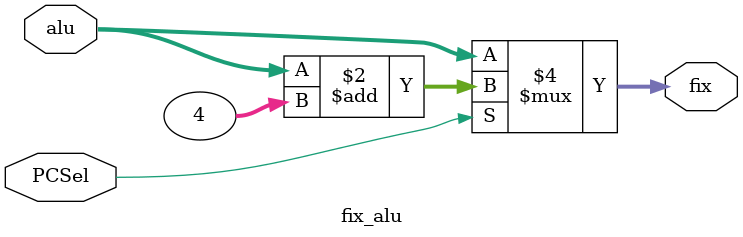
<source format=sv>
module fix_alu #(parameter Width=32)(
	input logic [Width-1:0] alu,
	input logic PCSel,
	output logic [Width-1:0] fix
);
always_comb begin
	if(PCSel)
		fix = alu + 4;
	else
		fix = alu;
end
endmodule

</source>
